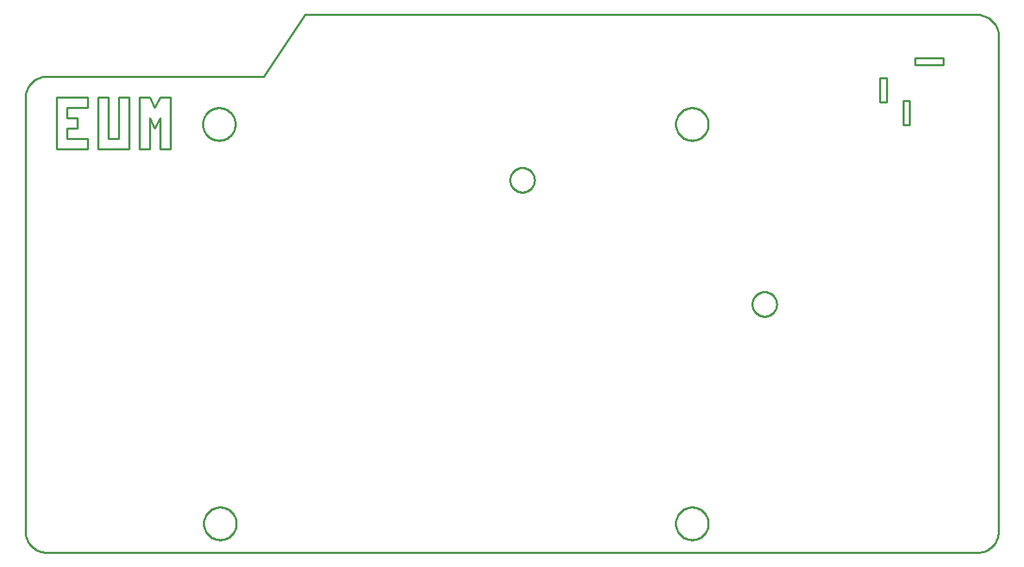
<source format=gbr>
G04 EAGLE Gerber X2 export*
%TF.Part,Single*%
%TF.FileFunction,Profile,NP*%
%TF.FilePolarity,Positive*%
%TF.GenerationSoftware,Autodesk,EAGLE,8.7.0*%
%TF.CreationDate,2019-01-30T20:35:29Z*%
G75*
%MOMM*%
%FSLAX34Y34*%
%LPD*%
%AMOC8*
5,1,8,0,0,1.08239X$1,22.5*%
G01*
%ADD10C,0.254000*%


D10*
X0Y25400D02*
X97Y23186D01*
X386Y20989D01*
X865Y18826D01*
X1532Y16713D01*
X2380Y14666D01*
X3403Y12700D01*
X4594Y10831D01*
X5942Y9073D01*
X7440Y7440D01*
X9073Y5942D01*
X10831Y4594D01*
X12700Y3403D01*
X14666Y2380D01*
X16713Y1532D01*
X18826Y865D01*
X20989Y386D01*
X23186Y97D01*
X25400Y0D01*
X1168910Y0D01*
X1171101Y118D01*
X1173273Y426D01*
X1175409Y923D01*
X1177495Y1604D01*
X1179513Y2464D01*
X1181448Y3496D01*
X1183286Y4694D01*
X1185013Y6047D01*
X1186616Y7545D01*
X1188081Y9177D01*
X1189399Y10931D01*
X1190559Y12793D01*
X1191552Y14749D01*
X1192371Y16785D01*
X1193009Y18883D01*
X1193462Y21030D01*
X1193727Y23208D01*
X1193800Y25400D01*
X1194310Y633630D01*
X1194132Y636033D01*
X1193745Y638412D01*
X1193152Y640747D01*
X1192358Y643023D01*
X1191368Y645220D01*
X1190191Y647322D01*
X1188835Y649315D01*
X1187311Y651181D01*
X1185629Y652907D01*
X1183804Y654480D01*
X1181848Y655889D01*
X1179778Y657121D01*
X1177607Y658168D01*
X1175354Y659022D01*
X1173035Y659677D01*
X1170667Y660126D01*
X1168270Y660368D01*
X1165860Y660400D01*
X342900Y660400D01*
X292000Y584100D01*
X25400Y584100D01*
X23190Y584008D01*
X20997Y583724D01*
X18837Y583249D01*
X16727Y582588D01*
X14682Y581746D01*
X12718Y580729D01*
X10851Y579544D01*
X9094Y578201D01*
X7460Y576711D01*
X5963Y575083D01*
X4613Y573331D01*
X3421Y571468D01*
X2396Y569509D01*
X1546Y567467D01*
X877Y565359D01*
X394Y563201D01*
X101Y561009D01*
X0Y558800D01*
X0Y25400D01*
X1048710Y552720D02*
X1056710Y552720D01*
X1056710Y582720D01*
X1048710Y582720D01*
X1048710Y552720D01*
X1091210Y598720D02*
X1126210Y598720D01*
X1126210Y606720D01*
X1091210Y606720D01*
X1091210Y598720D01*
X1076710Y524720D02*
X1084710Y524720D01*
X1084710Y554720D01*
X1076710Y554720D01*
X1076710Y524720D01*
X139700Y495300D02*
X152400Y495300D01*
X152400Y533400D01*
X158750Y520700D01*
X165100Y533400D01*
X165100Y495300D01*
X177800Y495300D01*
X177800Y558800D01*
X165100Y558800D01*
X158750Y546100D01*
X152400Y558800D01*
X139700Y558800D01*
X139700Y495300D01*
X88900Y495300D02*
X127000Y495300D01*
X127000Y558800D01*
X114300Y558800D01*
X114300Y508000D01*
X101600Y508000D01*
X101600Y558800D01*
X88900Y558800D01*
X88900Y495300D01*
X38100Y495300D02*
X76200Y495300D01*
X76200Y508000D01*
X50800Y508000D01*
X50800Y520700D01*
X63500Y520700D01*
X63500Y533400D01*
X50800Y533400D01*
X50800Y546100D01*
X76200Y546100D01*
X76200Y558800D01*
X38100Y558800D01*
X38100Y495300D01*
X258760Y34956D02*
X258687Y33749D01*
X258541Y32549D01*
X258323Y31360D01*
X258034Y30187D01*
X257675Y29033D01*
X257246Y27903D01*
X256750Y26801D01*
X256188Y25730D01*
X255563Y24696D01*
X254876Y23701D01*
X254131Y22750D01*
X253329Y21845D01*
X252475Y20991D01*
X251570Y20189D01*
X250619Y19444D01*
X249624Y18757D01*
X248590Y18132D01*
X247519Y17570D01*
X246417Y17074D01*
X245287Y16645D01*
X244133Y16286D01*
X242960Y15997D01*
X241771Y15779D01*
X240571Y15633D01*
X239364Y15560D01*
X238156Y15560D01*
X236949Y15633D01*
X235749Y15779D01*
X234560Y15997D01*
X233387Y16286D01*
X232233Y16645D01*
X231103Y17074D01*
X230001Y17570D01*
X228930Y18132D01*
X227896Y18757D01*
X226901Y19444D01*
X225950Y20189D01*
X225045Y20991D01*
X224191Y21845D01*
X223389Y22750D01*
X222644Y23701D01*
X221957Y24696D01*
X221332Y25730D01*
X220770Y26801D01*
X220274Y27903D01*
X219845Y29033D01*
X219486Y30187D01*
X219197Y31360D01*
X218979Y32549D01*
X218833Y33749D01*
X218760Y34956D01*
X218760Y36164D01*
X218833Y37371D01*
X218979Y38571D01*
X219197Y39760D01*
X219486Y40933D01*
X219845Y42087D01*
X220274Y43217D01*
X220770Y44319D01*
X221332Y45390D01*
X221957Y46424D01*
X222644Y47419D01*
X223389Y48370D01*
X224191Y49275D01*
X225045Y50129D01*
X225950Y50931D01*
X226901Y51676D01*
X227896Y52363D01*
X228930Y52988D01*
X230001Y53550D01*
X231103Y54046D01*
X232233Y54475D01*
X233387Y54834D01*
X234560Y55123D01*
X235749Y55341D01*
X236949Y55487D01*
X238156Y55560D01*
X239364Y55560D01*
X240571Y55487D01*
X241771Y55341D01*
X242960Y55123D01*
X244133Y54834D01*
X245287Y54475D01*
X246417Y54046D01*
X247519Y53550D01*
X248590Y52988D01*
X249624Y52363D01*
X250619Y51676D01*
X251570Y50931D01*
X252475Y50129D01*
X253329Y49275D01*
X254131Y48370D01*
X254876Y47419D01*
X255563Y46424D01*
X256188Y45390D01*
X256750Y44319D01*
X257246Y43217D01*
X257675Y42087D01*
X258034Y40933D01*
X258323Y39760D01*
X258541Y38571D01*
X258687Y37371D01*
X258760Y36164D01*
X258760Y34956D01*
X257490Y525176D02*
X257417Y523969D01*
X257271Y522769D01*
X257053Y521580D01*
X256764Y520407D01*
X256405Y519253D01*
X255976Y518123D01*
X255480Y517021D01*
X254918Y515950D01*
X254293Y514916D01*
X253606Y513921D01*
X252861Y512970D01*
X252059Y512065D01*
X251205Y511211D01*
X250300Y510409D01*
X249349Y509664D01*
X248354Y508977D01*
X247320Y508352D01*
X246249Y507790D01*
X245147Y507294D01*
X244017Y506865D01*
X242863Y506506D01*
X241690Y506217D01*
X240501Y505999D01*
X239301Y505853D01*
X238094Y505780D01*
X236886Y505780D01*
X235679Y505853D01*
X234479Y505999D01*
X233290Y506217D01*
X232117Y506506D01*
X230963Y506865D01*
X229833Y507294D01*
X228731Y507790D01*
X227660Y508352D01*
X226626Y508977D01*
X225631Y509664D01*
X224680Y510409D01*
X223775Y511211D01*
X222921Y512065D01*
X222119Y512970D01*
X221374Y513921D01*
X220687Y514916D01*
X220062Y515950D01*
X219500Y517021D01*
X219004Y518123D01*
X218575Y519253D01*
X218216Y520407D01*
X217927Y521580D01*
X217709Y522769D01*
X217563Y523969D01*
X217490Y525176D01*
X217490Y526384D01*
X217563Y527591D01*
X217709Y528791D01*
X217927Y529980D01*
X218216Y531153D01*
X218575Y532307D01*
X219004Y533437D01*
X219500Y534539D01*
X220062Y535610D01*
X220687Y536644D01*
X221374Y537639D01*
X222119Y538590D01*
X222921Y539495D01*
X223775Y540349D01*
X224680Y541151D01*
X225631Y541896D01*
X226626Y542583D01*
X227660Y543208D01*
X228731Y543770D01*
X229833Y544266D01*
X230963Y544695D01*
X232117Y545054D01*
X233290Y545343D01*
X234479Y545561D01*
X235679Y545707D01*
X236886Y545780D01*
X238094Y545780D01*
X239301Y545707D01*
X240501Y545561D01*
X241690Y545343D01*
X242863Y545054D01*
X244017Y544695D01*
X245147Y544266D01*
X246249Y543770D01*
X247320Y543208D01*
X248354Y542583D01*
X249349Y541896D01*
X250300Y541151D01*
X251205Y540349D01*
X252059Y539495D01*
X252861Y538590D01*
X253606Y537639D01*
X254293Y536644D01*
X254918Y535610D01*
X255480Y534539D01*
X255976Y533437D01*
X256405Y532307D01*
X256764Y531153D01*
X257053Y529980D01*
X257271Y528791D01*
X257417Y527591D01*
X257490Y526384D01*
X257490Y525176D01*
X837880Y525176D02*
X837807Y523969D01*
X837661Y522769D01*
X837443Y521580D01*
X837154Y520407D01*
X836795Y519253D01*
X836366Y518123D01*
X835870Y517021D01*
X835308Y515950D01*
X834683Y514916D01*
X833996Y513921D01*
X833251Y512970D01*
X832449Y512065D01*
X831595Y511211D01*
X830690Y510409D01*
X829739Y509664D01*
X828744Y508977D01*
X827710Y508352D01*
X826639Y507790D01*
X825537Y507294D01*
X824407Y506865D01*
X823253Y506506D01*
X822080Y506217D01*
X820891Y505999D01*
X819691Y505853D01*
X818484Y505780D01*
X817276Y505780D01*
X816069Y505853D01*
X814869Y505999D01*
X813680Y506217D01*
X812507Y506506D01*
X811353Y506865D01*
X810223Y507294D01*
X809121Y507790D01*
X808050Y508352D01*
X807016Y508977D01*
X806021Y509664D01*
X805070Y510409D01*
X804165Y511211D01*
X803311Y512065D01*
X802509Y512970D01*
X801764Y513921D01*
X801077Y514916D01*
X800452Y515950D01*
X799890Y517021D01*
X799394Y518123D01*
X798965Y519253D01*
X798606Y520407D01*
X798317Y521580D01*
X798099Y522769D01*
X797953Y523969D01*
X797880Y525176D01*
X797880Y526384D01*
X797953Y527591D01*
X798099Y528791D01*
X798317Y529980D01*
X798606Y531153D01*
X798965Y532307D01*
X799394Y533437D01*
X799890Y534539D01*
X800452Y535610D01*
X801077Y536644D01*
X801764Y537639D01*
X802509Y538590D01*
X803311Y539495D01*
X804165Y540349D01*
X805070Y541151D01*
X806021Y541896D01*
X807016Y542583D01*
X808050Y543208D01*
X809121Y543770D01*
X810223Y544266D01*
X811353Y544695D01*
X812507Y545054D01*
X813680Y545343D01*
X814869Y545561D01*
X816069Y545707D01*
X817276Y545780D01*
X818484Y545780D01*
X819691Y545707D01*
X820891Y545561D01*
X822080Y545343D01*
X823253Y545054D01*
X824407Y544695D01*
X825537Y544266D01*
X826639Y543770D01*
X827710Y543208D01*
X828744Y542583D01*
X829739Y541896D01*
X830690Y541151D01*
X831595Y540349D01*
X832449Y539495D01*
X833251Y538590D01*
X833996Y537639D01*
X834683Y536644D01*
X835308Y535610D01*
X835870Y534539D01*
X836366Y533437D01*
X836795Y532307D01*
X837154Y531153D01*
X837443Y529980D01*
X837661Y528791D01*
X837807Y527591D01*
X837880Y526384D01*
X837880Y525176D01*
X837880Y34956D02*
X837807Y33749D01*
X837661Y32549D01*
X837443Y31360D01*
X837154Y30187D01*
X836795Y29033D01*
X836366Y27903D01*
X835870Y26801D01*
X835308Y25730D01*
X834683Y24696D01*
X833996Y23701D01*
X833251Y22750D01*
X832449Y21845D01*
X831595Y20991D01*
X830690Y20189D01*
X829739Y19444D01*
X828744Y18757D01*
X827710Y18132D01*
X826639Y17570D01*
X825537Y17074D01*
X824407Y16645D01*
X823253Y16286D01*
X822080Y15997D01*
X820891Y15779D01*
X819691Y15633D01*
X818484Y15560D01*
X817276Y15560D01*
X816069Y15633D01*
X814869Y15779D01*
X813680Y15997D01*
X812507Y16286D01*
X811353Y16645D01*
X810223Y17074D01*
X809121Y17570D01*
X808050Y18132D01*
X807016Y18757D01*
X806021Y19444D01*
X805070Y20189D01*
X804165Y20991D01*
X803311Y21845D01*
X802509Y22750D01*
X801764Y23701D01*
X801077Y24696D01*
X800452Y25730D01*
X799890Y26801D01*
X799394Y27903D01*
X798965Y29033D01*
X798606Y30187D01*
X798317Y31360D01*
X798099Y32549D01*
X797953Y33749D01*
X797880Y34956D01*
X797880Y36164D01*
X797953Y37371D01*
X798099Y38571D01*
X798317Y39760D01*
X798606Y40933D01*
X798965Y42087D01*
X799394Y43217D01*
X799890Y44319D01*
X800452Y45390D01*
X801077Y46424D01*
X801764Y47419D01*
X802509Y48370D01*
X803311Y49275D01*
X804165Y50129D01*
X805070Y50931D01*
X806021Y51676D01*
X807016Y52363D01*
X808050Y52988D01*
X809121Y53550D01*
X810223Y54046D01*
X811353Y54475D01*
X812507Y54834D01*
X813680Y55123D01*
X814869Y55341D01*
X816069Y55487D01*
X817276Y55560D01*
X818484Y55560D01*
X819691Y55487D01*
X820891Y55341D01*
X822080Y55123D01*
X823253Y54834D01*
X824407Y54475D01*
X825537Y54046D01*
X826639Y53550D01*
X827710Y52988D01*
X828744Y52363D01*
X829739Y51676D01*
X830690Y50931D01*
X831595Y50129D01*
X832449Y49275D01*
X833251Y48370D01*
X833996Y47419D01*
X834683Y46424D01*
X835308Y45390D01*
X835870Y44319D01*
X836366Y43217D01*
X836795Y42087D01*
X837154Y40933D01*
X837443Y39760D01*
X837661Y38571D01*
X837807Y37371D01*
X837880Y36164D01*
X837880Y34956D01*
X258760Y34956D02*
X258687Y33749D01*
X258541Y32549D01*
X258323Y31360D01*
X258034Y30187D01*
X257675Y29033D01*
X257246Y27903D01*
X256750Y26801D01*
X256188Y25730D01*
X255563Y24696D01*
X254876Y23701D01*
X254131Y22750D01*
X253329Y21845D01*
X252475Y20991D01*
X251570Y20189D01*
X250619Y19444D01*
X249624Y18757D01*
X248590Y18132D01*
X247519Y17570D01*
X246417Y17074D01*
X245287Y16645D01*
X244133Y16286D01*
X242960Y15997D01*
X241771Y15779D01*
X240571Y15633D01*
X239364Y15560D01*
X238156Y15560D01*
X236949Y15633D01*
X235749Y15779D01*
X234560Y15997D01*
X233387Y16286D01*
X232233Y16645D01*
X231103Y17074D01*
X230001Y17570D01*
X228930Y18132D01*
X227896Y18757D01*
X226901Y19444D01*
X225950Y20189D01*
X225045Y20991D01*
X224191Y21845D01*
X223389Y22750D01*
X222644Y23701D01*
X221957Y24696D01*
X221332Y25730D01*
X220770Y26801D01*
X220274Y27903D01*
X219845Y29033D01*
X219486Y30187D01*
X219197Y31360D01*
X218979Y32549D01*
X218833Y33749D01*
X218760Y34956D01*
X218760Y36164D01*
X218833Y37371D01*
X218979Y38571D01*
X219197Y39760D01*
X219486Y40933D01*
X219845Y42087D01*
X220274Y43217D01*
X220770Y44319D01*
X221332Y45390D01*
X221957Y46424D01*
X222644Y47419D01*
X223389Y48370D01*
X224191Y49275D01*
X225045Y50129D01*
X225950Y50931D01*
X226901Y51676D01*
X227896Y52363D01*
X228930Y52988D01*
X230001Y53550D01*
X231103Y54046D01*
X232233Y54475D01*
X233387Y54834D01*
X234560Y55123D01*
X235749Y55341D01*
X236949Y55487D01*
X238156Y55560D01*
X239364Y55560D01*
X240571Y55487D01*
X241771Y55341D01*
X242960Y55123D01*
X244133Y54834D01*
X245287Y54475D01*
X246417Y54046D01*
X247519Y53550D01*
X248590Y52988D01*
X249624Y52363D01*
X250619Y51676D01*
X251570Y50931D01*
X252475Y50129D01*
X253329Y49275D01*
X254131Y48370D01*
X254876Y47419D01*
X255563Y46424D01*
X256188Y45390D01*
X256750Y44319D01*
X257246Y43217D01*
X257675Y42087D01*
X258034Y40933D01*
X258323Y39760D01*
X258541Y38571D01*
X258687Y37371D01*
X258760Y36164D01*
X258760Y34956D01*
X257490Y525176D02*
X257417Y523969D01*
X257271Y522769D01*
X257053Y521580D01*
X256764Y520407D01*
X256405Y519253D01*
X255976Y518123D01*
X255480Y517021D01*
X254918Y515950D01*
X254293Y514916D01*
X253606Y513921D01*
X252861Y512970D01*
X252059Y512065D01*
X251205Y511211D01*
X250300Y510409D01*
X249349Y509664D01*
X248354Y508977D01*
X247320Y508352D01*
X246249Y507790D01*
X245147Y507294D01*
X244017Y506865D01*
X242863Y506506D01*
X241690Y506217D01*
X240501Y505999D01*
X239301Y505853D01*
X238094Y505780D01*
X236886Y505780D01*
X235679Y505853D01*
X234479Y505999D01*
X233290Y506217D01*
X232117Y506506D01*
X230963Y506865D01*
X229833Y507294D01*
X228731Y507790D01*
X227660Y508352D01*
X226626Y508977D01*
X225631Y509664D01*
X224680Y510409D01*
X223775Y511211D01*
X222921Y512065D01*
X222119Y512970D01*
X221374Y513921D01*
X220687Y514916D01*
X220062Y515950D01*
X219500Y517021D01*
X219004Y518123D01*
X218575Y519253D01*
X218216Y520407D01*
X217927Y521580D01*
X217709Y522769D01*
X217563Y523969D01*
X217490Y525176D01*
X217490Y526384D01*
X217563Y527591D01*
X217709Y528791D01*
X217927Y529980D01*
X218216Y531153D01*
X218575Y532307D01*
X219004Y533437D01*
X219500Y534539D01*
X220062Y535610D01*
X220687Y536644D01*
X221374Y537639D01*
X222119Y538590D01*
X222921Y539495D01*
X223775Y540349D01*
X224680Y541151D01*
X225631Y541896D01*
X226626Y542583D01*
X227660Y543208D01*
X228731Y543770D01*
X229833Y544266D01*
X230963Y544695D01*
X232117Y545054D01*
X233290Y545343D01*
X234479Y545561D01*
X235679Y545707D01*
X236886Y545780D01*
X238094Y545780D01*
X239301Y545707D01*
X240501Y545561D01*
X241690Y545343D01*
X242863Y545054D01*
X244017Y544695D01*
X245147Y544266D01*
X246249Y543770D01*
X247320Y543208D01*
X248354Y542583D01*
X249349Y541896D01*
X250300Y541151D01*
X251205Y540349D01*
X252059Y539495D01*
X252861Y538590D01*
X253606Y537639D01*
X254293Y536644D01*
X254918Y535610D01*
X255480Y534539D01*
X255976Y533437D01*
X256405Y532307D01*
X256764Y531153D01*
X257053Y529980D01*
X257271Y528791D01*
X257417Y527591D01*
X257490Y526384D01*
X257490Y525176D01*
X837880Y525176D02*
X837807Y523969D01*
X837661Y522769D01*
X837443Y521580D01*
X837154Y520407D01*
X836795Y519253D01*
X836366Y518123D01*
X835870Y517021D01*
X835308Y515950D01*
X834683Y514916D01*
X833996Y513921D01*
X833251Y512970D01*
X832449Y512065D01*
X831595Y511211D01*
X830690Y510409D01*
X829739Y509664D01*
X828744Y508977D01*
X827710Y508352D01*
X826639Y507790D01*
X825537Y507294D01*
X824407Y506865D01*
X823253Y506506D01*
X822080Y506217D01*
X820891Y505999D01*
X819691Y505853D01*
X818484Y505780D01*
X817276Y505780D01*
X816069Y505853D01*
X814869Y505999D01*
X813680Y506217D01*
X812507Y506506D01*
X811353Y506865D01*
X810223Y507294D01*
X809121Y507790D01*
X808050Y508352D01*
X807016Y508977D01*
X806021Y509664D01*
X805070Y510409D01*
X804165Y511211D01*
X803311Y512065D01*
X802509Y512970D01*
X801764Y513921D01*
X801077Y514916D01*
X800452Y515950D01*
X799890Y517021D01*
X799394Y518123D01*
X798965Y519253D01*
X798606Y520407D01*
X798317Y521580D01*
X798099Y522769D01*
X797953Y523969D01*
X797880Y525176D01*
X797880Y526384D01*
X797953Y527591D01*
X798099Y528791D01*
X798317Y529980D01*
X798606Y531153D01*
X798965Y532307D01*
X799394Y533437D01*
X799890Y534539D01*
X800452Y535610D01*
X801077Y536644D01*
X801764Y537639D01*
X802509Y538590D01*
X803311Y539495D01*
X804165Y540349D01*
X805070Y541151D01*
X806021Y541896D01*
X807016Y542583D01*
X808050Y543208D01*
X809121Y543770D01*
X810223Y544266D01*
X811353Y544695D01*
X812507Y545054D01*
X813680Y545343D01*
X814869Y545561D01*
X816069Y545707D01*
X817276Y545780D01*
X818484Y545780D01*
X819691Y545707D01*
X820891Y545561D01*
X822080Y545343D01*
X823253Y545054D01*
X824407Y544695D01*
X825537Y544266D01*
X826639Y543770D01*
X827710Y543208D01*
X828744Y542583D01*
X829739Y541896D01*
X830690Y541151D01*
X831595Y540349D01*
X832449Y539495D01*
X833251Y538590D01*
X833996Y537639D01*
X834683Y536644D01*
X835308Y535610D01*
X835870Y534539D01*
X836366Y533437D01*
X836795Y532307D01*
X837154Y531153D01*
X837443Y529980D01*
X837661Y528791D01*
X837807Y527591D01*
X837880Y526384D01*
X837880Y525176D01*
X837880Y34956D02*
X837807Y33749D01*
X837661Y32549D01*
X837443Y31360D01*
X837154Y30187D01*
X836795Y29033D01*
X836366Y27903D01*
X835870Y26801D01*
X835308Y25730D01*
X834683Y24696D01*
X833996Y23701D01*
X833251Y22750D01*
X832449Y21845D01*
X831595Y20991D01*
X830690Y20189D01*
X829739Y19444D01*
X828744Y18757D01*
X827710Y18132D01*
X826639Y17570D01*
X825537Y17074D01*
X824407Y16645D01*
X823253Y16286D01*
X822080Y15997D01*
X820891Y15779D01*
X819691Y15633D01*
X818484Y15560D01*
X817276Y15560D01*
X816069Y15633D01*
X814869Y15779D01*
X813680Y15997D01*
X812507Y16286D01*
X811353Y16645D01*
X810223Y17074D01*
X809121Y17570D01*
X808050Y18132D01*
X807016Y18757D01*
X806021Y19444D01*
X805070Y20189D01*
X804165Y20991D01*
X803311Y21845D01*
X802509Y22750D01*
X801764Y23701D01*
X801077Y24696D01*
X800452Y25730D01*
X799890Y26801D01*
X799394Y27903D01*
X798965Y29033D01*
X798606Y30187D01*
X798317Y31360D01*
X798099Y32549D01*
X797953Y33749D01*
X797880Y34956D01*
X797880Y36164D01*
X797953Y37371D01*
X798099Y38571D01*
X798317Y39760D01*
X798606Y40933D01*
X798965Y42087D01*
X799394Y43217D01*
X799890Y44319D01*
X800452Y45390D01*
X801077Y46424D01*
X801764Y47419D01*
X802509Y48370D01*
X803311Y49275D01*
X804165Y50129D01*
X805070Y50931D01*
X806021Y51676D01*
X807016Y52363D01*
X808050Y52988D01*
X809121Y53550D01*
X810223Y54046D01*
X811353Y54475D01*
X812507Y54834D01*
X813680Y55123D01*
X814869Y55341D01*
X816069Y55487D01*
X817276Y55560D01*
X818484Y55560D01*
X819691Y55487D01*
X820891Y55341D01*
X822080Y55123D01*
X823253Y54834D01*
X824407Y54475D01*
X825537Y54046D01*
X826639Y53550D01*
X827710Y52988D01*
X828744Y52363D01*
X829739Y51676D01*
X830690Y50931D01*
X831595Y50129D01*
X832449Y49275D01*
X833251Y48370D01*
X833996Y47419D01*
X834683Y46424D01*
X835308Y45390D01*
X835870Y44319D01*
X836366Y43217D01*
X836795Y42087D01*
X837154Y40933D01*
X837443Y39760D01*
X837661Y38571D01*
X837807Y37371D01*
X837880Y36164D01*
X837880Y34956D01*
X891780Y305336D02*
X891856Y306404D01*
X892009Y307465D01*
X892237Y308512D01*
X892539Y309540D01*
X892913Y310544D01*
X893358Y311519D01*
X893872Y312459D01*
X894451Y313360D01*
X895093Y314218D01*
X895795Y315028D01*
X896552Y315785D01*
X897362Y316487D01*
X898220Y317129D01*
X899121Y317708D01*
X900061Y318222D01*
X901036Y318667D01*
X902040Y319041D01*
X903068Y319343D01*
X904115Y319571D01*
X905176Y319724D01*
X906244Y319800D01*
X907316Y319800D01*
X908384Y319724D01*
X909445Y319571D01*
X910492Y319343D01*
X911520Y319041D01*
X912524Y318667D01*
X913499Y318222D01*
X914439Y317708D01*
X915340Y317129D01*
X916198Y316487D01*
X917008Y315785D01*
X917765Y315028D01*
X918467Y314218D01*
X919109Y313360D01*
X919688Y312459D01*
X920202Y311519D01*
X920647Y310544D01*
X921021Y309540D01*
X921323Y308512D01*
X921551Y307465D01*
X921704Y306404D01*
X921780Y305336D01*
X921780Y304264D01*
X921704Y303196D01*
X921551Y302135D01*
X921323Y301088D01*
X921021Y300060D01*
X920647Y299056D01*
X920202Y298081D01*
X919688Y297141D01*
X919109Y296240D01*
X918467Y295382D01*
X917765Y294572D01*
X917008Y293815D01*
X916198Y293113D01*
X915340Y292471D01*
X914439Y291892D01*
X913499Y291378D01*
X912524Y290933D01*
X911520Y290559D01*
X910492Y290257D01*
X909445Y290029D01*
X908384Y289876D01*
X907316Y289800D01*
X906244Y289800D01*
X905176Y289876D01*
X904115Y290029D01*
X903068Y290257D01*
X902040Y290559D01*
X901036Y290933D01*
X900061Y291378D01*
X899121Y291892D01*
X898220Y292471D01*
X897362Y293113D01*
X896552Y293815D01*
X895795Y294572D01*
X895093Y295382D01*
X894451Y296240D01*
X893872Y297141D01*
X893358Y298081D01*
X892913Y299056D01*
X892539Y300060D01*
X892237Y301088D01*
X892009Y302135D01*
X891856Y303196D01*
X891780Y304264D01*
X891780Y305336D01*
X594600Y457736D02*
X594676Y458804D01*
X594829Y459865D01*
X595057Y460912D01*
X595359Y461940D01*
X595733Y462944D01*
X596178Y463919D01*
X596692Y464859D01*
X597271Y465760D01*
X597913Y466618D01*
X598615Y467428D01*
X599372Y468185D01*
X600182Y468887D01*
X601040Y469529D01*
X601941Y470108D01*
X602881Y470622D01*
X603856Y471067D01*
X604860Y471441D01*
X605888Y471743D01*
X606935Y471971D01*
X607996Y472124D01*
X609064Y472200D01*
X610136Y472200D01*
X611204Y472124D01*
X612265Y471971D01*
X613312Y471743D01*
X614340Y471441D01*
X615344Y471067D01*
X616319Y470622D01*
X617259Y470108D01*
X618160Y469529D01*
X619018Y468887D01*
X619828Y468185D01*
X620585Y467428D01*
X621287Y466618D01*
X621929Y465760D01*
X622508Y464859D01*
X623022Y463919D01*
X623467Y462944D01*
X623841Y461940D01*
X624143Y460912D01*
X624371Y459865D01*
X624524Y458804D01*
X624600Y457736D01*
X624600Y456664D01*
X624524Y455596D01*
X624371Y454535D01*
X624143Y453488D01*
X623841Y452460D01*
X623467Y451456D01*
X623022Y450481D01*
X622508Y449541D01*
X621929Y448640D01*
X621287Y447782D01*
X620585Y446972D01*
X619828Y446215D01*
X619018Y445513D01*
X618160Y444871D01*
X617259Y444292D01*
X616319Y443778D01*
X615344Y443333D01*
X614340Y442959D01*
X613312Y442657D01*
X612265Y442429D01*
X611204Y442276D01*
X610136Y442200D01*
X609064Y442200D01*
X607996Y442276D01*
X606935Y442429D01*
X605888Y442657D01*
X604860Y442959D01*
X603856Y443333D01*
X602881Y443778D01*
X601941Y444292D01*
X601040Y444871D01*
X600182Y445513D01*
X599372Y446215D01*
X598615Y446972D01*
X597913Y447782D01*
X597271Y448640D01*
X596692Y449541D01*
X596178Y450481D01*
X595733Y451456D01*
X595359Y452460D01*
X595057Y453488D01*
X594829Y454535D01*
X594676Y455596D01*
X594600Y456664D01*
X594600Y457736D01*
M02*

</source>
